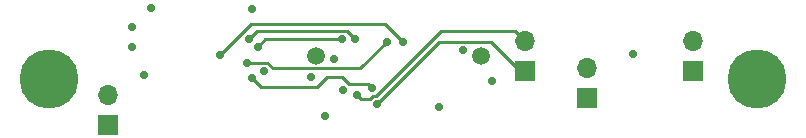
<source format=gbl>
G04 #@! TF.FileFunction,Copper,L4,Bot,Signal*
%FSLAX46Y46*%
G04 Gerber Fmt 4.6, Leading zero omitted, Abs format (unit mm)*
G04 Created by KiCad (PCBNEW 4.0.6) date Monday, August 21, 2017 'PMt' 07:07:08 PM*
%MOMM*%
%LPD*%
G01*
G04 APERTURE LIST*
%ADD10C,0.100000*%
%ADD11R,1.700000X1.700000*%
%ADD12O,1.700000X1.700000*%
%ADD13C,1.500000*%
%ADD14C,5.000000*%
%ADD15C,0.700000*%
%ADD16C,0.250000*%
G04 APERTURE END LIST*
D10*
D11*
X109982000Y-61341000D03*
D12*
X109982000Y-58801000D03*
D11*
X150558500Y-59055000D03*
D12*
X150558500Y-56515000D03*
D11*
X145351500Y-56769000D03*
D12*
X145351500Y-54229000D03*
D11*
X159575500Y-56832500D03*
D12*
X159575500Y-54292500D03*
D13*
X141605000Y-55499000D03*
X127655000Y-55499000D03*
D14*
X105000000Y-57500000D03*
X165000000Y-57500000D03*
D15*
X113030000Y-57150000D03*
X128397000Y-60579000D03*
X140081000Y-54991000D03*
X123190000Y-56769000D03*
X154432000Y-55372000D03*
X142494000Y-57658000D03*
X112014000Y-54737000D03*
X112014000Y-53086000D03*
X129921000Y-58420000D03*
X127190500Y-57277000D03*
X129159000Y-55753000D03*
X122174000Y-51562000D03*
X138049000Y-59817000D03*
X113665000Y-51435000D03*
X131127500Y-58801000D03*
X129794000Y-54102000D03*
X122682000Y-54737000D03*
X121920000Y-54102000D03*
X130937000Y-54102000D03*
X121793000Y-56134000D03*
X133604000Y-54356000D03*
X119519000Y-55436000D03*
X135001000Y-54356000D03*
X132397500Y-58229500D03*
X122174000Y-57404000D03*
X132785869Y-59576425D03*
D16*
X131127500Y-58801000D02*
X131477499Y-59150999D01*
X131477499Y-59150999D02*
X132212293Y-59150999D01*
X132212293Y-59150999D02*
X132458791Y-58904501D01*
X132458791Y-58904501D02*
X132721501Y-58904501D01*
X132721501Y-58904501D02*
X138247001Y-53379001D01*
X138247001Y-53379001D02*
X144501501Y-53379001D01*
X144501501Y-53379001D02*
X145351500Y-54229000D01*
X123308001Y-54102000D02*
X123308001Y-54110999D01*
X123308001Y-54110999D02*
X122682000Y-54737000D01*
X124079000Y-54102000D02*
X123308001Y-54102000D01*
X129794000Y-54102000D02*
X124079000Y-54102000D01*
X123611001Y-53426999D02*
X122595001Y-53426999D01*
X122595001Y-53426999D02*
X121920000Y-54102000D01*
X130937000Y-54102000D02*
X130261999Y-53426999D01*
X130261999Y-53426999D02*
X123611001Y-53426999D01*
X121793000Y-56134000D02*
X122287974Y-56134000D01*
X122287974Y-56134000D02*
X122327975Y-56093999D01*
X131381500Y-56578500D02*
X133604000Y-54356000D01*
X122327975Y-56093999D02*
X123514001Y-56093999D01*
X123514001Y-56093999D02*
X123998502Y-56578500D01*
X123998502Y-56578500D02*
X131381500Y-56578500D01*
X122123000Y-52832000D02*
X119519000Y-55436000D01*
X135001000Y-54356000D02*
X133477000Y-52832000D01*
X133477000Y-52832000D02*
X122123000Y-52832000D01*
X132397500Y-58229500D02*
X132047501Y-57879501D01*
X132047501Y-57879501D02*
X130396501Y-57879501D01*
X130396501Y-57879501D02*
X129857500Y-57340500D01*
X129857500Y-57340500D02*
X128524000Y-57340500D01*
X128524000Y-57340500D02*
X127698500Y-58166000D01*
X127698500Y-58166000D02*
X122936000Y-58166000D01*
X122936000Y-58166000D02*
X122523999Y-57753999D01*
X122523999Y-57753999D02*
X122174000Y-57404000D01*
X142453999Y-54315999D02*
X144907000Y-56769000D01*
X144907000Y-56769000D02*
X145351500Y-56769000D01*
X132785869Y-59576425D02*
X138046295Y-54315999D01*
X138046295Y-54315999D02*
X142453999Y-54315999D01*
M02*

</source>
